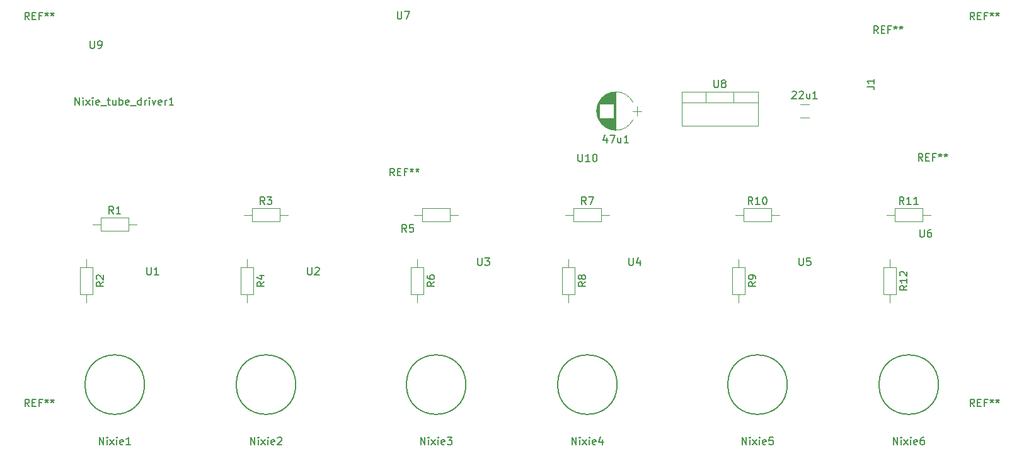
<source format=gto>
G04 #@! TF.FileFunction,Legend,Top*
%FSLAX46Y46*%
G04 Gerber Fmt 4.6, Leading zero omitted, Abs format (unit mm)*
G04 Created by KiCad (PCBNEW 4.0.7-e2-6376~58~ubuntu16.04.1) date Thu Oct 31 20:50:36 2019*
%MOMM*%
%LPD*%
G01*
G04 APERTURE LIST*
%ADD10C,0.100000*%
%ADD11C,0.120000*%
%ADD12C,0.150000*%
G04 APERTURE END LIST*
D10*
D11*
X130203000Y-135029000D02*
X131377000Y-135029000D01*
X130203000Y-136751000D02*
X131377000Y-136751000D01*
X103124278Y-137069723D02*
G75*
G03X107735580Y-137070000I2305722J1179723D01*
G01*
X103124278Y-134710277D02*
G75*
G02X107735580Y-134710000I2305722J-1179723D01*
G01*
X103124278Y-134710277D02*
G75*
G03X103124420Y-137070000I2305722J-1179723D01*
G01*
X105430000Y-138440000D02*
X105430000Y-133340000D01*
X105390000Y-138440000D02*
X105390000Y-133340000D01*
X105350000Y-138439000D02*
X105350000Y-133341000D01*
X105310000Y-138438000D02*
X105310000Y-133342000D01*
X105270000Y-138436000D02*
X105270000Y-133344000D01*
X105230000Y-138433000D02*
X105230000Y-133347000D01*
X105190000Y-138429000D02*
X105190000Y-133351000D01*
X105150000Y-138425000D02*
X105150000Y-136870000D01*
X105150000Y-134910000D02*
X105150000Y-133355000D01*
X105110000Y-138421000D02*
X105110000Y-136870000D01*
X105110000Y-134910000D02*
X105110000Y-133359000D01*
X105070000Y-138415000D02*
X105070000Y-136870000D01*
X105070000Y-134910000D02*
X105070000Y-133365000D01*
X105030000Y-138409000D02*
X105030000Y-136870000D01*
X105030000Y-134910000D02*
X105030000Y-133371000D01*
X104990000Y-138403000D02*
X104990000Y-136870000D01*
X104990000Y-134910000D02*
X104990000Y-133377000D01*
X104950000Y-138396000D02*
X104950000Y-136870000D01*
X104950000Y-134910000D02*
X104950000Y-133384000D01*
X104910000Y-138388000D02*
X104910000Y-136870000D01*
X104910000Y-134910000D02*
X104910000Y-133392000D01*
X104870000Y-138379000D02*
X104870000Y-136870000D01*
X104870000Y-134910000D02*
X104870000Y-133401000D01*
X104830000Y-138370000D02*
X104830000Y-136870000D01*
X104830000Y-134910000D02*
X104830000Y-133410000D01*
X104790000Y-138360000D02*
X104790000Y-136870000D01*
X104790000Y-134910000D02*
X104790000Y-133420000D01*
X104750000Y-138350000D02*
X104750000Y-136870000D01*
X104750000Y-134910000D02*
X104750000Y-133430000D01*
X104709000Y-138338000D02*
X104709000Y-136870000D01*
X104709000Y-134910000D02*
X104709000Y-133442000D01*
X104669000Y-138326000D02*
X104669000Y-136870000D01*
X104669000Y-134910000D02*
X104669000Y-133454000D01*
X104629000Y-138314000D02*
X104629000Y-136870000D01*
X104629000Y-134910000D02*
X104629000Y-133466000D01*
X104589000Y-138300000D02*
X104589000Y-136870000D01*
X104589000Y-134910000D02*
X104589000Y-133480000D01*
X104549000Y-138286000D02*
X104549000Y-136870000D01*
X104549000Y-134910000D02*
X104549000Y-133494000D01*
X104509000Y-138272000D02*
X104509000Y-136870000D01*
X104509000Y-134910000D02*
X104509000Y-133508000D01*
X104469000Y-138256000D02*
X104469000Y-136870000D01*
X104469000Y-134910000D02*
X104469000Y-133524000D01*
X104429000Y-138240000D02*
X104429000Y-136870000D01*
X104429000Y-134910000D02*
X104429000Y-133540000D01*
X104389000Y-138223000D02*
X104389000Y-136870000D01*
X104389000Y-134910000D02*
X104389000Y-133557000D01*
X104349000Y-138205000D02*
X104349000Y-136870000D01*
X104349000Y-134910000D02*
X104349000Y-133575000D01*
X104309000Y-138186000D02*
X104309000Y-136870000D01*
X104309000Y-134910000D02*
X104309000Y-133594000D01*
X104269000Y-138166000D02*
X104269000Y-136870000D01*
X104269000Y-134910000D02*
X104269000Y-133614000D01*
X104229000Y-138146000D02*
X104229000Y-136870000D01*
X104229000Y-134910000D02*
X104229000Y-133634000D01*
X104189000Y-138124000D02*
X104189000Y-136870000D01*
X104189000Y-134910000D02*
X104189000Y-133656000D01*
X104149000Y-138102000D02*
X104149000Y-136870000D01*
X104149000Y-134910000D02*
X104149000Y-133678000D01*
X104109000Y-138079000D02*
X104109000Y-136870000D01*
X104109000Y-134910000D02*
X104109000Y-133701000D01*
X104069000Y-138055000D02*
X104069000Y-136870000D01*
X104069000Y-134910000D02*
X104069000Y-133725000D01*
X104029000Y-138030000D02*
X104029000Y-136870000D01*
X104029000Y-134910000D02*
X104029000Y-133750000D01*
X103989000Y-138003000D02*
X103989000Y-136870000D01*
X103989000Y-134910000D02*
X103989000Y-133777000D01*
X103949000Y-137976000D02*
X103949000Y-136870000D01*
X103949000Y-134910000D02*
X103949000Y-133804000D01*
X103909000Y-137948000D02*
X103909000Y-136870000D01*
X103909000Y-134910000D02*
X103909000Y-133832000D01*
X103869000Y-137918000D02*
X103869000Y-136870000D01*
X103869000Y-134910000D02*
X103869000Y-133862000D01*
X103829000Y-137887000D02*
X103829000Y-136870000D01*
X103829000Y-134910000D02*
X103829000Y-133893000D01*
X103789000Y-137855000D02*
X103789000Y-136870000D01*
X103789000Y-134910000D02*
X103789000Y-133925000D01*
X103749000Y-137822000D02*
X103749000Y-136870000D01*
X103749000Y-134910000D02*
X103749000Y-133958000D01*
X103709000Y-137787000D02*
X103709000Y-136870000D01*
X103709000Y-134910000D02*
X103709000Y-133993000D01*
X103669000Y-137751000D02*
X103669000Y-136870000D01*
X103669000Y-134910000D02*
X103669000Y-134029000D01*
X103629000Y-137713000D02*
X103629000Y-136870000D01*
X103629000Y-134910000D02*
X103629000Y-134067000D01*
X103589000Y-137673000D02*
X103589000Y-136870000D01*
X103589000Y-134910000D02*
X103589000Y-134107000D01*
X103549000Y-137632000D02*
X103549000Y-136870000D01*
X103549000Y-134910000D02*
X103549000Y-134148000D01*
X103509000Y-137589000D02*
X103509000Y-136870000D01*
X103509000Y-134910000D02*
X103509000Y-134191000D01*
X103469000Y-137544000D02*
X103469000Y-136870000D01*
X103469000Y-134910000D02*
X103469000Y-134236000D01*
X103429000Y-137496000D02*
X103429000Y-136870000D01*
X103429000Y-134910000D02*
X103429000Y-134284000D01*
X103389000Y-137446000D02*
X103389000Y-136870000D01*
X103389000Y-134910000D02*
X103389000Y-134334000D01*
X103349000Y-137394000D02*
X103349000Y-136870000D01*
X103349000Y-134910000D02*
X103349000Y-134386000D01*
X103309000Y-137338000D02*
X103309000Y-136870000D01*
X103309000Y-134910000D02*
X103309000Y-134442000D01*
X103269000Y-137280000D02*
X103269000Y-136870000D01*
X103269000Y-134910000D02*
X103269000Y-134500000D01*
X103229000Y-137217000D02*
X103229000Y-136870000D01*
X103229000Y-134910000D02*
X103229000Y-134563000D01*
X103189000Y-137151000D02*
X103189000Y-134629000D01*
X103149000Y-137079000D02*
X103149000Y-134701000D01*
X103109000Y-137002000D02*
X103109000Y-134778000D01*
X103069000Y-136918000D02*
X103069000Y-134862000D01*
X103029000Y-136824000D02*
X103029000Y-134956000D01*
X102989000Y-136719000D02*
X102989000Y-135061000D01*
X102949000Y-136597000D02*
X102949000Y-135183000D01*
X102909000Y-136449000D02*
X102909000Y-135331000D01*
X102869000Y-136244000D02*
X102869000Y-135536000D01*
X108880000Y-135890000D02*
X107680000Y-135890000D01*
X108280000Y-136540000D02*
X108280000Y-135240000D01*
D12*
X42100000Y-172720000D02*
G75*
G03X42100000Y-172720000I-4000000J0D01*
G01*
X62420000Y-172720000D02*
G75*
G03X62420000Y-172720000I-4000000J0D01*
G01*
X85280000Y-172720000D02*
G75*
G03X85280000Y-172720000I-4000000J0D01*
G01*
X105600000Y-172720000D02*
G75*
G03X105600000Y-172720000I-4000000J0D01*
G01*
X128460000Y-172720000D02*
G75*
G03X128460000Y-172720000I-4000000J0D01*
G01*
X148780000Y-172720000D02*
G75*
G03X148780000Y-172720000I-4000000J0D01*
G01*
D11*
X36240000Y-150270000D02*
X36240000Y-151990000D01*
X36240000Y-151990000D02*
X39960000Y-151990000D01*
X39960000Y-151990000D02*
X39960000Y-150270000D01*
X39960000Y-150270000D02*
X36240000Y-150270000D01*
X35170000Y-151130000D02*
X36240000Y-151130000D01*
X41030000Y-151130000D02*
X39960000Y-151130000D01*
X35150000Y-156890000D02*
X33430000Y-156890000D01*
X33430000Y-156890000D02*
X33430000Y-160610000D01*
X33430000Y-160610000D02*
X35150000Y-160610000D01*
X35150000Y-160610000D02*
X35150000Y-156890000D01*
X34290000Y-155820000D02*
X34290000Y-156890000D01*
X34290000Y-161680000D02*
X34290000Y-160610000D01*
X56560000Y-149000000D02*
X56560000Y-150720000D01*
X56560000Y-150720000D02*
X60280000Y-150720000D01*
X60280000Y-150720000D02*
X60280000Y-149000000D01*
X60280000Y-149000000D02*
X56560000Y-149000000D01*
X55490000Y-149860000D02*
X56560000Y-149860000D01*
X61350000Y-149860000D02*
X60280000Y-149860000D01*
X56740000Y-156890000D02*
X55020000Y-156890000D01*
X55020000Y-156890000D02*
X55020000Y-160610000D01*
X55020000Y-160610000D02*
X56740000Y-160610000D01*
X56740000Y-160610000D02*
X56740000Y-156890000D01*
X55880000Y-155820000D02*
X55880000Y-156890000D01*
X55880000Y-161680000D02*
X55880000Y-160610000D01*
X79420000Y-149000000D02*
X79420000Y-150720000D01*
X79420000Y-150720000D02*
X83140000Y-150720000D01*
X83140000Y-150720000D02*
X83140000Y-149000000D01*
X83140000Y-149000000D02*
X79420000Y-149000000D01*
X78350000Y-149860000D02*
X79420000Y-149860000D01*
X84210000Y-149860000D02*
X83140000Y-149860000D01*
X79600000Y-156890000D02*
X77880000Y-156890000D01*
X77880000Y-156890000D02*
X77880000Y-160610000D01*
X77880000Y-160610000D02*
X79600000Y-160610000D01*
X79600000Y-160610000D02*
X79600000Y-156890000D01*
X78740000Y-155820000D02*
X78740000Y-156890000D01*
X78740000Y-161680000D02*
X78740000Y-160610000D01*
X99740000Y-149000000D02*
X99740000Y-150720000D01*
X99740000Y-150720000D02*
X103460000Y-150720000D01*
X103460000Y-150720000D02*
X103460000Y-149000000D01*
X103460000Y-149000000D02*
X99740000Y-149000000D01*
X98670000Y-149860000D02*
X99740000Y-149860000D01*
X104530000Y-149860000D02*
X103460000Y-149860000D01*
X99920000Y-156890000D02*
X98200000Y-156890000D01*
X98200000Y-156890000D02*
X98200000Y-160610000D01*
X98200000Y-160610000D02*
X99920000Y-160610000D01*
X99920000Y-160610000D02*
X99920000Y-156890000D01*
X99060000Y-155820000D02*
X99060000Y-156890000D01*
X99060000Y-161680000D02*
X99060000Y-160610000D01*
X122780000Y-156890000D02*
X121060000Y-156890000D01*
X121060000Y-156890000D02*
X121060000Y-160610000D01*
X121060000Y-160610000D02*
X122780000Y-160610000D01*
X122780000Y-160610000D02*
X122780000Y-156890000D01*
X121920000Y-155820000D02*
X121920000Y-156890000D01*
X121920000Y-161680000D02*
X121920000Y-160610000D01*
X122600000Y-149000000D02*
X122600000Y-150720000D01*
X122600000Y-150720000D02*
X126320000Y-150720000D01*
X126320000Y-150720000D02*
X126320000Y-149000000D01*
X126320000Y-149000000D02*
X122600000Y-149000000D01*
X121530000Y-149860000D02*
X122600000Y-149860000D01*
X127390000Y-149860000D02*
X126320000Y-149860000D01*
X142920000Y-149000000D02*
X142920000Y-150720000D01*
X142920000Y-150720000D02*
X146640000Y-150720000D01*
X146640000Y-150720000D02*
X146640000Y-149000000D01*
X146640000Y-149000000D02*
X142920000Y-149000000D01*
X141850000Y-149860000D02*
X142920000Y-149860000D01*
X147710000Y-149860000D02*
X146640000Y-149860000D01*
X143100000Y-156890000D02*
X141380000Y-156890000D01*
X141380000Y-156890000D02*
X141380000Y-160610000D01*
X141380000Y-160610000D02*
X143100000Y-160610000D01*
X143100000Y-160610000D02*
X143100000Y-156890000D01*
X142240000Y-155820000D02*
X142240000Y-156890000D01*
X142240000Y-161680000D02*
X142240000Y-160610000D01*
X114260000Y-133270000D02*
X124500000Y-133270000D01*
X114260000Y-137911000D02*
X124500000Y-137911000D01*
X114260000Y-133270000D02*
X114260000Y-137911000D01*
X124500000Y-133270000D02*
X124500000Y-137911000D01*
X114260000Y-134780000D02*
X124500000Y-134780000D01*
X117530000Y-133270000D02*
X117530000Y-134780000D01*
X121231000Y-133270000D02*
X121231000Y-134780000D01*
D12*
X76073095Y-122507381D02*
X76073095Y-123316905D01*
X76120714Y-123412143D01*
X76168333Y-123459762D01*
X76263571Y-123507381D01*
X76454048Y-123507381D01*
X76549286Y-123459762D01*
X76596905Y-123412143D01*
X76644524Y-123316905D01*
X76644524Y-122507381D01*
X77025476Y-122507381D02*
X77692143Y-122507381D01*
X77263571Y-123507381D01*
X129099524Y-133327619D02*
X129147143Y-133280000D01*
X129242381Y-133232381D01*
X129480477Y-133232381D01*
X129575715Y-133280000D01*
X129623334Y-133327619D01*
X129670953Y-133422857D01*
X129670953Y-133518095D01*
X129623334Y-133660952D01*
X129051905Y-134232381D01*
X129670953Y-134232381D01*
X130051905Y-133327619D02*
X130099524Y-133280000D01*
X130194762Y-133232381D01*
X130432858Y-133232381D01*
X130528096Y-133280000D01*
X130575715Y-133327619D01*
X130623334Y-133422857D01*
X130623334Y-133518095D01*
X130575715Y-133660952D01*
X130004286Y-134232381D01*
X130623334Y-134232381D01*
X131480477Y-133565714D02*
X131480477Y-134232381D01*
X131051905Y-133565714D02*
X131051905Y-134089524D01*
X131099524Y-134184762D01*
X131194762Y-134232381D01*
X131337620Y-134232381D01*
X131432858Y-134184762D01*
X131480477Y-134137143D01*
X132480477Y-134232381D02*
X131909048Y-134232381D01*
X132194762Y-134232381D02*
X132194762Y-133232381D01*
X132099524Y-133375238D01*
X132004286Y-133470476D01*
X131909048Y-133518095D01*
X104215715Y-139485714D02*
X104215715Y-140152381D01*
X103977619Y-139104762D02*
X103739524Y-139819048D01*
X104358572Y-139819048D01*
X104644286Y-139152381D02*
X105310953Y-139152381D01*
X104882381Y-140152381D01*
X106120477Y-139485714D02*
X106120477Y-140152381D01*
X105691905Y-139485714D02*
X105691905Y-140009524D01*
X105739524Y-140104762D01*
X105834762Y-140152381D01*
X105977620Y-140152381D01*
X106072858Y-140104762D01*
X106120477Y-140057143D01*
X107120477Y-140152381D02*
X106549048Y-140152381D01*
X106834762Y-140152381D02*
X106834762Y-139152381D01*
X106739524Y-139295238D01*
X106644286Y-139390476D01*
X106549048Y-139438095D01*
X36028572Y-180792381D02*
X36028572Y-179792381D01*
X36600001Y-180792381D01*
X36600001Y-179792381D01*
X37076191Y-180792381D02*
X37076191Y-180125714D01*
X37076191Y-179792381D02*
X37028572Y-179840000D01*
X37076191Y-179887619D01*
X37123810Y-179840000D01*
X37076191Y-179792381D01*
X37076191Y-179887619D01*
X37457143Y-180792381D02*
X37980953Y-180125714D01*
X37457143Y-180125714D02*
X37980953Y-180792381D01*
X38361905Y-180792381D02*
X38361905Y-180125714D01*
X38361905Y-179792381D02*
X38314286Y-179840000D01*
X38361905Y-179887619D01*
X38409524Y-179840000D01*
X38361905Y-179792381D01*
X38361905Y-179887619D01*
X39219048Y-180744762D02*
X39123810Y-180792381D01*
X38933333Y-180792381D01*
X38838095Y-180744762D01*
X38790476Y-180649524D01*
X38790476Y-180268571D01*
X38838095Y-180173333D01*
X38933333Y-180125714D01*
X39123810Y-180125714D01*
X39219048Y-180173333D01*
X39266667Y-180268571D01*
X39266667Y-180363810D01*
X38790476Y-180459048D01*
X40219048Y-180792381D02*
X39647619Y-180792381D01*
X39933333Y-180792381D02*
X39933333Y-179792381D01*
X39838095Y-179935238D01*
X39742857Y-180030476D01*
X39647619Y-180078095D01*
X56348572Y-180792381D02*
X56348572Y-179792381D01*
X56920001Y-180792381D01*
X56920001Y-179792381D01*
X57396191Y-180792381D02*
X57396191Y-180125714D01*
X57396191Y-179792381D02*
X57348572Y-179840000D01*
X57396191Y-179887619D01*
X57443810Y-179840000D01*
X57396191Y-179792381D01*
X57396191Y-179887619D01*
X57777143Y-180792381D02*
X58300953Y-180125714D01*
X57777143Y-180125714D02*
X58300953Y-180792381D01*
X58681905Y-180792381D02*
X58681905Y-180125714D01*
X58681905Y-179792381D02*
X58634286Y-179840000D01*
X58681905Y-179887619D01*
X58729524Y-179840000D01*
X58681905Y-179792381D01*
X58681905Y-179887619D01*
X59539048Y-180744762D02*
X59443810Y-180792381D01*
X59253333Y-180792381D01*
X59158095Y-180744762D01*
X59110476Y-180649524D01*
X59110476Y-180268571D01*
X59158095Y-180173333D01*
X59253333Y-180125714D01*
X59443810Y-180125714D01*
X59539048Y-180173333D01*
X59586667Y-180268571D01*
X59586667Y-180363810D01*
X59110476Y-180459048D01*
X59967619Y-179887619D02*
X60015238Y-179840000D01*
X60110476Y-179792381D01*
X60348572Y-179792381D01*
X60443810Y-179840000D01*
X60491429Y-179887619D01*
X60539048Y-179982857D01*
X60539048Y-180078095D01*
X60491429Y-180220952D01*
X59920000Y-180792381D01*
X60539048Y-180792381D01*
X79208572Y-180792381D02*
X79208572Y-179792381D01*
X79780001Y-180792381D01*
X79780001Y-179792381D01*
X80256191Y-180792381D02*
X80256191Y-180125714D01*
X80256191Y-179792381D02*
X80208572Y-179840000D01*
X80256191Y-179887619D01*
X80303810Y-179840000D01*
X80256191Y-179792381D01*
X80256191Y-179887619D01*
X80637143Y-180792381D02*
X81160953Y-180125714D01*
X80637143Y-180125714D02*
X81160953Y-180792381D01*
X81541905Y-180792381D02*
X81541905Y-180125714D01*
X81541905Y-179792381D02*
X81494286Y-179840000D01*
X81541905Y-179887619D01*
X81589524Y-179840000D01*
X81541905Y-179792381D01*
X81541905Y-179887619D01*
X82399048Y-180744762D02*
X82303810Y-180792381D01*
X82113333Y-180792381D01*
X82018095Y-180744762D01*
X81970476Y-180649524D01*
X81970476Y-180268571D01*
X82018095Y-180173333D01*
X82113333Y-180125714D01*
X82303810Y-180125714D01*
X82399048Y-180173333D01*
X82446667Y-180268571D01*
X82446667Y-180363810D01*
X81970476Y-180459048D01*
X82780000Y-179792381D02*
X83399048Y-179792381D01*
X83065714Y-180173333D01*
X83208572Y-180173333D01*
X83303810Y-180220952D01*
X83351429Y-180268571D01*
X83399048Y-180363810D01*
X83399048Y-180601905D01*
X83351429Y-180697143D01*
X83303810Y-180744762D01*
X83208572Y-180792381D01*
X82922857Y-180792381D01*
X82827619Y-180744762D01*
X82780000Y-180697143D01*
X99528572Y-180792381D02*
X99528572Y-179792381D01*
X100100001Y-180792381D01*
X100100001Y-179792381D01*
X100576191Y-180792381D02*
X100576191Y-180125714D01*
X100576191Y-179792381D02*
X100528572Y-179840000D01*
X100576191Y-179887619D01*
X100623810Y-179840000D01*
X100576191Y-179792381D01*
X100576191Y-179887619D01*
X100957143Y-180792381D02*
X101480953Y-180125714D01*
X100957143Y-180125714D02*
X101480953Y-180792381D01*
X101861905Y-180792381D02*
X101861905Y-180125714D01*
X101861905Y-179792381D02*
X101814286Y-179840000D01*
X101861905Y-179887619D01*
X101909524Y-179840000D01*
X101861905Y-179792381D01*
X101861905Y-179887619D01*
X102719048Y-180744762D02*
X102623810Y-180792381D01*
X102433333Y-180792381D01*
X102338095Y-180744762D01*
X102290476Y-180649524D01*
X102290476Y-180268571D01*
X102338095Y-180173333D01*
X102433333Y-180125714D01*
X102623810Y-180125714D01*
X102719048Y-180173333D01*
X102766667Y-180268571D01*
X102766667Y-180363810D01*
X102290476Y-180459048D01*
X103623810Y-180125714D02*
X103623810Y-180792381D01*
X103385714Y-179744762D02*
X103147619Y-180459048D01*
X103766667Y-180459048D01*
X122388572Y-180792381D02*
X122388572Y-179792381D01*
X122960001Y-180792381D01*
X122960001Y-179792381D01*
X123436191Y-180792381D02*
X123436191Y-180125714D01*
X123436191Y-179792381D02*
X123388572Y-179840000D01*
X123436191Y-179887619D01*
X123483810Y-179840000D01*
X123436191Y-179792381D01*
X123436191Y-179887619D01*
X123817143Y-180792381D02*
X124340953Y-180125714D01*
X123817143Y-180125714D02*
X124340953Y-180792381D01*
X124721905Y-180792381D02*
X124721905Y-180125714D01*
X124721905Y-179792381D02*
X124674286Y-179840000D01*
X124721905Y-179887619D01*
X124769524Y-179840000D01*
X124721905Y-179792381D01*
X124721905Y-179887619D01*
X125579048Y-180744762D02*
X125483810Y-180792381D01*
X125293333Y-180792381D01*
X125198095Y-180744762D01*
X125150476Y-180649524D01*
X125150476Y-180268571D01*
X125198095Y-180173333D01*
X125293333Y-180125714D01*
X125483810Y-180125714D01*
X125579048Y-180173333D01*
X125626667Y-180268571D01*
X125626667Y-180363810D01*
X125150476Y-180459048D01*
X126531429Y-179792381D02*
X126055238Y-179792381D01*
X126007619Y-180268571D01*
X126055238Y-180220952D01*
X126150476Y-180173333D01*
X126388572Y-180173333D01*
X126483810Y-180220952D01*
X126531429Y-180268571D01*
X126579048Y-180363810D01*
X126579048Y-180601905D01*
X126531429Y-180697143D01*
X126483810Y-180744762D01*
X126388572Y-180792381D01*
X126150476Y-180792381D01*
X126055238Y-180744762D01*
X126007619Y-180697143D01*
X142708572Y-180792381D02*
X142708572Y-179792381D01*
X143280001Y-180792381D01*
X143280001Y-179792381D01*
X143756191Y-180792381D02*
X143756191Y-180125714D01*
X143756191Y-179792381D02*
X143708572Y-179840000D01*
X143756191Y-179887619D01*
X143803810Y-179840000D01*
X143756191Y-179792381D01*
X143756191Y-179887619D01*
X144137143Y-180792381D02*
X144660953Y-180125714D01*
X144137143Y-180125714D02*
X144660953Y-180792381D01*
X145041905Y-180792381D02*
X145041905Y-180125714D01*
X145041905Y-179792381D02*
X144994286Y-179840000D01*
X145041905Y-179887619D01*
X145089524Y-179840000D01*
X145041905Y-179792381D01*
X145041905Y-179887619D01*
X145899048Y-180744762D02*
X145803810Y-180792381D01*
X145613333Y-180792381D01*
X145518095Y-180744762D01*
X145470476Y-180649524D01*
X145470476Y-180268571D01*
X145518095Y-180173333D01*
X145613333Y-180125714D01*
X145803810Y-180125714D01*
X145899048Y-180173333D01*
X145946667Y-180268571D01*
X145946667Y-180363810D01*
X145470476Y-180459048D01*
X146803810Y-179792381D02*
X146613333Y-179792381D01*
X146518095Y-179840000D01*
X146470476Y-179887619D01*
X146375238Y-180030476D01*
X146327619Y-180220952D01*
X146327619Y-180601905D01*
X146375238Y-180697143D01*
X146422857Y-180744762D01*
X146518095Y-180792381D01*
X146708572Y-180792381D01*
X146803810Y-180744762D01*
X146851429Y-180697143D01*
X146899048Y-180601905D01*
X146899048Y-180363810D01*
X146851429Y-180268571D01*
X146803810Y-180220952D01*
X146708572Y-180173333D01*
X146518095Y-180173333D01*
X146422857Y-180220952D01*
X146375238Y-180268571D01*
X146327619Y-180363810D01*
X32798571Y-135072381D02*
X32798571Y-134072381D01*
X33370000Y-135072381D01*
X33370000Y-134072381D01*
X33846190Y-135072381D02*
X33846190Y-134405714D01*
X33846190Y-134072381D02*
X33798571Y-134120000D01*
X33846190Y-134167619D01*
X33893809Y-134120000D01*
X33846190Y-134072381D01*
X33846190Y-134167619D01*
X34227142Y-135072381D02*
X34750952Y-134405714D01*
X34227142Y-134405714D02*
X34750952Y-135072381D01*
X35131904Y-135072381D02*
X35131904Y-134405714D01*
X35131904Y-134072381D02*
X35084285Y-134120000D01*
X35131904Y-134167619D01*
X35179523Y-134120000D01*
X35131904Y-134072381D01*
X35131904Y-134167619D01*
X35989047Y-135024762D02*
X35893809Y-135072381D01*
X35703332Y-135072381D01*
X35608094Y-135024762D01*
X35560475Y-134929524D01*
X35560475Y-134548571D01*
X35608094Y-134453333D01*
X35703332Y-134405714D01*
X35893809Y-134405714D01*
X35989047Y-134453333D01*
X36036666Y-134548571D01*
X36036666Y-134643810D01*
X35560475Y-134739048D01*
X36227142Y-135167619D02*
X36989047Y-135167619D01*
X37084285Y-134405714D02*
X37465237Y-134405714D01*
X37227142Y-134072381D02*
X37227142Y-134929524D01*
X37274761Y-135024762D01*
X37369999Y-135072381D01*
X37465237Y-135072381D01*
X38227143Y-134405714D02*
X38227143Y-135072381D01*
X37798571Y-134405714D02*
X37798571Y-134929524D01*
X37846190Y-135024762D01*
X37941428Y-135072381D01*
X38084286Y-135072381D01*
X38179524Y-135024762D01*
X38227143Y-134977143D01*
X38703333Y-135072381D02*
X38703333Y-134072381D01*
X38703333Y-134453333D02*
X38798571Y-134405714D01*
X38989048Y-134405714D01*
X39084286Y-134453333D01*
X39131905Y-134500952D01*
X39179524Y-134596190D01*
X39179524Y-134881905D01*
X39131905Y-134977143D01*
X39084286Y-135024762D01*
X38989048Y-135072381D01*
X38798571Y-135072381D01*
X38703333Y-135024762D01*
X39989048Y-135024762D02*
X39893810Y-135072381D01*
X39703333Y-135072381D01*
X39608095Y-135024762D01*
X39560476Y-134929524D01*
X39560476Y-134548571D01*
X39608095Y-134453333D01*
X39703333Y-134405714D01*
X39893810Y-134405714D01*
X39989048Y-134453333D01*
X40036667Y-134548571D01*
X40036667Y-134643810D01*
X39560476Y-134739048D01*
X40227143Y-135167619D02*
X40989048Y-135167619D01*
X41655715Y-135072381D02*
X41655715Y-134072381D01*
X41655715Y-135024762D02*
X41560477Y-135072381D01*
X41370000Y-135072381D01*
X41274762Y-135024762D01*
X41227143Y-134977143D01*
X41179524Y-134881905D01*
X41179524Y-134596190D01*
X41227143Y-134500952D01*
X41274762Y-134453333D01*
X41370000Y-134405714D01*
X41560477Y-134405714D01*
X41655715Y-134453333D01*
X42131905Y-135072381D02*
X42131905Y-134405714D01*
X42131905Y-134596190D02*
X42179524Y-134500952D01*
X42227143Y-134453333D01*
X42322381Y-134405714D01*
X42417620Y-134405714D01*
X42750953Y-135072381D02*
X42750953Y-134405714D01*
X42750953Y-134072381D02*
X42703334Y-134120000D01*
X42750953Y-134167619D01*
X42798572Y-134120000D01*
X42750953Y-134072381D01*
X42750953Y-134167619D01*
X43131905Y-134405714D02*
X43370000Y-135072381D01*
X43608096Y-134405714D01*
X44370001Y-135024762D02*
X44274763Y-135072381D01*
X44084286Y-135072381D01*
X43989048Y-135024762D01*
X43941429Y-134929524D01*
X43941429Y-134548571D01*
X43989048Y-134453333D01*
X44084286Y-134405714D01*
X44274763Y-134405714D01*
X44370001Y-134453333D01*
X44417620Y-134548571D01*
X44417620Y-134643810D01*
X43941429Y-134739048D01*
X44846191Y-135072381D02*
X44846191Y-134405714D01*
X44846191Y-134596190D02*
X44893810Y-134500952D01*
X44941429Y-134453333D01*
X45036667Y-134405714D01*
X45131906Y-134405714D01*
X45989049Y-135072381D02*
X45417620Y-135072381D01*
X45703334Y-135072381D02*
X45703334Y-134072381D01*
X45608096Y-134215238D01*
X45512858Y-134310476D01*
X45417620Y-134358095D01*
X37933334Y-149722381D02*
X37600000Y-149246190D01*
X37361905Y-149722381D02*
X37361905Y-148722381D01*
X37742858Y-148722381D01*
X37838096Y-148770000D01*
X37885715Y-148817619D01*
X37933334Y-148912857D01*
X37933334Y-149055714D01*
X37885715Y-149150952D01*
X37838096Y-149198571D01*
X37742858Y-149246190D01*
X37361905Y-149246190D01*
X38885715Y-149722381D02*
X38314286Y-149722381D01*
X38600000Y-149722381D02*
X38600000Y-148722381D01*
X38504762Y-148865238D01*
X38409524Y-148960476D01*
X38314286Y-149008095D01*
X36602381Y-158916666D02*
X36126190Y-159250000D01*
X36602381Y-159488095D02*
X35602381Y-159488095D01*
X35602381Y-159107142D01*
X35650000Y-159011904D01*
X35697619Y-158964285D01*
X35792857Y-158916666D01*
X35935714Y-158916666D01*
X36030952Y-158964285D01*
X36078571Y-159011904D01*
X36126190Y-159107142D01*
X36126190Y-159488095D01*
X35697619Y-158535714D02*
X35650000Y-158488095D01*
X35602381Y-158392857D01*
X35602381Y-158154761D01*
X35650000Y-158059523D01*
X35697619Y-158011904D01*
X35792857Y-157964285D01*
X35888095Y-157964285D01*
X36030952Y-158011904D01*
X36602381Y-158583333D01*
X36602381Y-157964285D01*
X58253334Y-148452381D02*
X57920000Y-147976190D01*
X57681905Y-148452381D02*
X57681905Y-147452381D01*
X58062858Y-147452381D01*
X58158096Y-147500000D01*
X58205715Y-147547619D01*
X58253334Y-147642857D01*
X58253334Y-147785714D01*
X58205715Y-147880952D01*
X58158096Y-147928571D01*
X58062858Y-147976190D01*
X57681905Y-147976190D01*
X58586667Y-147452381D02*
X59205715Y-147452381D01*
X58872381Y-147833333D01*
X59015239Y-147833333D01*
X59110477Y-147880952D01*
X59158096Y-147928571D01*
X59205715Y-148023810D01*
X59205715Y-148261905D01*
X59158096Y-148357143D01*
X59110477Y-148404762D01*
X59015239Y-148452381D01*
X58729524Y-148452381D01*
X58634286Y-148404762D01*
X58586667Y-148357143D01*
X58192381Y-158916666D02*
X57716190Y-159250000D01*
X58192381Y-159488095D02*
X57192381Y-159488095D01*
X57192381Y-159107142D01*
X57240000Y-159011904D01*
X57287619Y-158964285D01*
X57382857Y-158916666D01*
X57525714Y-158916666D01*
X57620952Y-158964285D01*
X57668571Y-159011904D01*
X57716190Y-159107142D01*
X57716190Y-159488095D01*
X57525714Y-158059523D02*
X58192381Y-158059523D01*
X57144762Y-158297619D02*
X57859048Y-158535714D01*
X57859048Y-157916666D01*
X77303334Y-152172381D02*
X76970000Y-151696190D01*
X76731905Y-152172381D02*
X76731905Y-151172381D01*
X77112858Y-151172381D01*
X77208096Y-151220000D01*
X77255715Y-151267619D01*
X77303334Y-151362857D01*
X77303334Y-151505714D01*
X77255715Y-151600952D01*
X77208096Y-151648571D01*
X77112858Y-151696190D01*
X76731905Y-151696190D01*
X78208096Y-151172381D02*
X77731905Y-151172381D01*
X77684286Y-151648571D01*
X77731905Y-151600952D01*
X77827143Y-151553333D01*
X78065239Y-151553333D01*
X78160477Y-151600952D01*
X78208096Y-151648571D01*
X78255715Y-151743810D01*
X78255715Y-151981905D01*
X78208096Y-152077143D01*
X78160477Y-152124762D01*
X78065239Y-152172381D01*
X77827143Y-152172381D01*
X77731905Y-152124762D01*
X77684286Y-152077143D01*
X81052381Y-158916666D02*
X80576190Y-159250000D01*
X81052381Y-159488095D02*
X80052381Y-159488095D01*
X80052381Y-159107142D01*
X80100000Y-159011904D01*
X80147619Y-158964285D01*
X80242857Y-158916666D01*
X80385714Y-158916666D01*
X80480952Y-158964285D01*
X80528571Y-159011904D01*
X80576190Y-159107142D01*
X80576190Y-159488095D01*
X80052381Y-158059523D02*
X80052381Y-158250000D01*
X80100000Y-158345238D01*
X80147619Y-158392857D01*
X80290476Y-158488095D01*
X80480952Y-158535714D01*
X80861905Y-158535714D01*
X80957143Y-158488095D01*
X81004762Y-158440476D01*
X81052381Y-158345238D01*
X81052381Y-158154761D01*
X81004762Y-158059523D01*
X80957143Y-158011904D01*
X80861905Y-157964285D01*
X80623810Y-157964285D01*
X80528571Y-158011904D01*
X80480952Y-158059523D01*
X80433333Y-158154761D01*
X80433333Y-158345238D01*
X80480952Y-158440476D01*
X80528571Y-158488095D01*
X80623810Y-158535714D01*
X101433334Y-148452381D02*
X101100000Y-147976190D01*
X100861905Y-148452381D02*
X100861905Y-147452381D01*
X101242858Y-147452381D01*
X101338096Y-147500000D01*
X101385715Y-147547619D01*
X101433334Y-147642857D01*
X101433334Y-147785714D01*
X101385715Y-147880952D01*
X101338096Y-147928571D01*
X101242858Y-147976190D01*
X100861905Y-147976190D01*
X101766667Y-147452381D02*
X102433334Y-147452381D01*
X102004762Y-148452381D01*
X101372381Y-158916666D02*
X100896190Y-159250000D01*
X101372381Y-159488095D02*
X100372381Y-159488095D01*
X100372381Y-159107142D01*
X100420000Y-159011904D01*
X100467619Y-158964285D01*
X100562857Y-158916666D01*
X100705714Y-158916666D01*
X100800952Y-158964285D01*
X100848571Y-159011904D01*
X100896190Y-159107142D01*
X100896190Y-159488095D01*
X100800952Y-158345238D02*
X100753333Y-158440476D01*
X100705714Y-158488095D01*
X100610476Y-158535714D01*
X100562857Y-158535714D01*
X100467619Y-158488095D01*
X100420000Y-158440476D01*
X100372381Y-158345238D01*
X100372381Y-158154761D01*
X100420000Y-158059523D01*
X100467619Y-158011904D01*
X100562857Y-157964285D01*
X100610476Y-157964285D01*
X100705714Y-158011904D01*
X100753333Y-158059523D01*
X100800952Y-158154761D01*
X100800952Y-158345238D01*
X100848571Y-158440476D01*
X100896190Y-158488095D01*
X100991429Y-158535714D01*
X101181905Y-158535714D01*
X101277143Y-158488095D01*
X101324762Y-158440476D01*
X101372381Y-158345238D01*
X101372381Y-158154761D01*
X101324762Y-158059523D01*
X101277143Y-158011904D01*
X101181905Y-157964285D01*
X100991429Y-157964285D01*
X100896190Y-158011904D01*
X100848571Y-158059523D01*
X100800952Y-158154761D01*
X124232381Y-158916666D02*
X123756190Y-159250000D01*
X124232381Y-159488095D02*
X123232381Y-159488095D01*
X123232381Y-159107142D01*
X123280000Y-159011904D01*
X123327619Y-158964285D01*
X123422857Y-158916666D01*
X123565714Y-158916666D01*
X123660952Y-158964285D01*
X123708571Y-159011904D01*
X123756190Y-159107142D01*
X123756190Y-159488095D01*
X124232381Y-158440476D02*
X124232381Y-158250000D01*
X124184762Y-158154761D01*
X124137143Y-158107142D01*
X123994286Y-158011904D01*
X123803810Y-157964285D01*
X123422857Y-157964285D01*
X123327619Y-158011904D01*
X123280000Y-158059523D01*
X123232381Y-158154761D01*
X123232381Y-158345238D01*
X123280000Y-158440476D01*
X123327619Y-158488095D01*
X123422857Y-158535714D01*
X123660952Y-158535714D01*
X123756190Y-158488095D01*
X123803810Y-158440476D01*
X123851429Y-158345238D01*
X123851429Y-158154761D01*
X123803810Y-158059523D01*
X123756190Y-158011904D01*
X123660952Y-157964285D01*
X123817143Y-148452381D02*
X123483809Y-147976190D01*
X123245714Y-148452381D02*
X123245714Y-147452381D01*
X123626667Y-147452381D01*
X123721905Y-147500000D01*
X123769524Y-147547619D01*
X123817143Y-147642857D01*
X123817143Y-147785714D01*
X123769524Y-147880952D01*
X123721905Y-147928571D01*
X123626667Y-147976190D01*
X123245714Y-147976190D01*
X124769524Y-148452381D02*
X124198095Y-148452381D01*
X124483809Y-148452381D02*
X124483809Y-147452381D01*
X124388571Y-147595238D01*
X124293333Y-147690476D01*
X124198095Y-147738095D01*
X125388571Y-147452381D02*
X125483810Y-147452381D01*
X125579048Y-147500000D01*
X125626667Y-147547619D01*
X125674286Y-147642857D01*
X125721905Y-147833333D01*
X125721905Y-148071429D01*
X125674286Y-148261905D01*
X125626667Y-148357143D01*
X125579048Y-148404762D01*
X125483810Y-148452381D01*
X125388571Y-148452381D01*
X125293333Y-148404762D01*
X125245714Y-148357143D01*
X125198095Y-148261905D01*
X125150476Y-148071429D01*
X125150476Y-147833333D01*
X125198095Y-147642857D01*
X125245714Y-147547619D01*
X125293333Y-147500000D01*
X125388571Y-147452381D01*
X144137143Y-148452381D02*
X143803809Y-147976190D01*
X143565714Y-148452381D02*
X143565714Y-147452381D01*
X143946667Y-147452381D01*
X144041905Y-147500000D01*
X144089524Y-147547619D01*
X144137143Y-147642857D01*
X144137143Y-147785714D01*
X144089524Y-147880952D01*
X144041905Y-147928571D01*
X143946667Y-147976190D01*
X143565714Y-147976190D01*
X145089524Y-148452381D02*
X144518095Y-148452381D01*
X144803809Y-148452381D02*
X144803809Y-147452381D01*
X144708571Y-147595238D01*
X144613333Y-147690476D01*
X144518095Y-147738095D01*
X146041905Y-148452381D02*
X145470476Y-148452381D01*
X145756190Y-148452381D02*
X145756190Y-147452381D01*
X145660952Y-147595238D01*
X145565714Y-147690476D01*
X145470476Y-147738095D01*
X144552381Y-159392857D02*
X144076190Y-159726191D01*
X144552381Y-159964286D02*
X143552381Y-159964286D01*
X143552381Y-159583333D01*
X143600000Y-159488095D01*
X143647619Y-159440476D01*
X143742857Y-159392857D01*
X143885714Y-159392857D01*
X143980952Y-159440476D01*
X144028571Y-159488095D01*
X144076190Y-159583333D01*
X144076190Y-159964286D01*
X144552381Y-158440476D02*
X144552381Y-159011905D01*
X144552381Y-158726191D02*
X143552381Y-158726191D01*
X143695238Y-158821429D01*
X143790476Y-158916667D01*
X143838095Y-159011905D01*
X143647619Y-158059524D02*
X143600000Y-158011905D01*
X143552381Y-157916667D01*
X143552381Y-157678571D01*
X143600000Y-157583333D01*
X143647619Y-157535714D01*
X143742857Y-157488095D01*
X143838095Y-157488095D01*
X143980952Y-157535714D01*
X144552381Y-158107143D01*
X144552381Y-157488095D01*
X42418095Y-156932381D02*
X42418095Y-157741905D01*
X42465714Y-157837143D01*
X42513333Y-157884762D01*
X42608571Y-157932381D01*
X42799048Y-157932381D01*
X42894286Y-157884762D01*
X42941905Y-157837143D01*
X42989524Y-157741905D01*
X42989524Y-156932381D01*
X43989524Y-157932381D02*
X43418095Y-157932381D01*
X43703809Y-157932381D02*
X43703809Y-156932381D01*
X43608571Y-157075238D01*
X43513333Y-157170476D01*
X43418095Y-157218095D01*
X64008095Y-156932381D02*
X64008095Y-157741905D01*
X64055714Y-157837143D01*
X64103333Y-157884762D01*
X64198571Y-157932381D01*
X64389048Y-157932381D01*
X64484286Y-157884762D01*
X64531905Y-157837143D01*
X64579524Y-157741905D01*
X64579524Y-156932381D01*
X65008095Y-157027619D02*
X65055714Y-156980000D01*
X65150952Y-156932381D01*
X65389048Y-156932381D01*
X65484286Y-156980000D01*
X65531905Y-157027619D01*
X65579524Y-157122857D01*
X65579524Y-157218095D01*
X65531905Y-157360952D01*
X64960476Y-157932381D01*
X65579524Y-157932381D01*
X86868095Y-155662381D02*
X86868095Y-156471905D01*
X86915714Y-156567143D01*
X86963333Y-156614762D01*
X87058571Y-156662381D01*
X87249048Y-156662381D01*
X87344286Y-156614762D01*
X87391905Y-156567143D01*
X87439524Y-156471905D01*
X87439524Y-155662381D01*
X87820476Y-155662381D02*
X88439524Y-155662381D01*
X88106190Y-156043333D01*
X88249048Y-156043333D01*
X88344286Y-156090952D01*
X88391905Y-156138571D01*
X88439524Y-156233810D01*
X88439524Y-156471905D01*
X88391905Y-156567143D01*
X88344286Y-156614762D01*
X88249048Y-156662381D01*
X87963333Y-156662381D01*
X87868095Y-156614762D01*
X87820476Y-156567143D01*
X107188095Y-155662381D02*
X107188095Y-156471905D01*
X107235714Y-156567143D01*
X107283333Y-156614762D01*
X107378571Y-156662381D01*
X107569048Y-156662381D01*
X107664286Y-156614762D01*
X107711905Y-156567143D01*
X107759524Y-156471905D01*
X107759524Y-155662381D01*
X108664286Y-155995714D02*
X108664286Y-156662381D01*
X108426190Y-155614762D02*
X108188095Y-156329048D01*
X108807143Y-156329048D01*
X130048095Y-155662381D02*
X130048095Y-156471905D01*
X130095714Y-156567143D01*
X130143333Y-156614762D01*
X130238571Y-156662381D01*
X130429048Y-156662381D01*
X130524286Y-156614762D01*
X130571905Y-156567143D01*
X130619524Y-156471905D01*
X130619524Y-155662381D01*
X131571905Y-155662381D02*
X131095714Y-155662381D01*
X131048095Y-156138571D01*
X131095714Y-156090952D01*
X131190952Y-156043333D01*
X131429048Y-156043333D01*
X131524286Y-156090952D01*
X131571905Y-156138571D01*
X131619524Y-156233810D01*
X131619524Y-156471905D01*
X131571905Y-156567143D01*
X131524286Y-156614762D01*
X131429048Y-156662381D01*
X131190952Y-156662381D01*
X131095714Y-156614762D01*
X131048095Y-156567143D01*
X146288095Y-151852381D02*
X146288095Y-152661905D01*
X146335714Y-152757143D01*
X146383333Y-152804762D01*
X146478571Y-152852381D01*
X146669048Y-152852381D01*
X146764286Y-152804762D01*
X146811905Y-152757143D01*
X146859524Y-152661905D01*
X146859524Y-151852381D01*
X147764286Y-151852381D02*
X147573809Y-151852381D01*
X147478571Y-151900000D01*
X147430952Y-151947619D01*
X147335714Y-152090476D01*
X147288095Y-152280952D01*
X147288095Y-152661905D01*
X147335714Y-152757143D01*
X147383333Y-152804762D01*
X147478571Y-152852381D01*
X147669048Y-152852381D01*
X147764286Y-152804762D01*
X147811905Y-152757143D01*
X147859524Y-152661905D01*
X147859524Y-152423810D01*
X147811905Y-152328571D01*
X147764286Y-152280952D01*
X147669048Y-152233333D01*
X147478571Y-152233333D01*
X147383333Y-152280952D01*
X147335714Y-152328571D01*
X147288095Y-152423810D01*
X118618095Y-131722381D02*
X118618095Y-132531905D01*
X118665714Y-132627143D01*
X118713333Y-132674762D01*
X118808571Y-132722381D01*
X118999048Y-132722381D01*
X119094286Y-132674762D01*
X119141905Y-132627143D01*
X119189524Y-132531905D01*
X119189524Y-131722381D01*
X119808571Y-132150952D02*
X119713333Y-132103333D01*
X119665714Y-132055714D01*
X119618095Y-131960476D01*
X119618095Y-131912857D01*
X119665714Y-131817619D01*
X119713333Y-131770000D01*
X119808571Y-131722381D01*
X119999048Y-131722381D01*
X120094286Y-131770000D01*
X120141905Y-131817619D01*
X120189524Y-131912857D01*
X120189524Y-131960476D01*
X120141905Y-132055714D01*
X120094286Y-132103333D01*
X119999048Y-132150952D01*
X119808571Y-132150952D01*
X119713333Y-132198571D01*
X119665714Y-132246190D01*
X119618095Y-132341429D01*
X119618095Y-132531905D01*
X119665714Y-132627143D01*
X119713333Y-132674762D01*
X119808571Y-132722381D01*
X119999048Y-132722381D01*
X120094286Y-132674762D01*
X120141905Y-132627143D01*
X120189524Y-132531905D01*
X120189524Y-132341429D01*
X120141905Y-132246190D01*
X120094286Y-132198571D01*
X119999048Y-132150952D01*
X34798095Y-126452381D02*
X34798095Y-127261905D01*
X34845714Y-127357143D01*
X34893333Y-127404762D01*
X34988571Y-127452381D01*
X35179048Y-127452381D01*
X35274286Y-127404762D01*
X35321905Y-127357143D01*
X35369524Y-127261905D01*
X35369524Y-126452381D01*
X35893333Y-127452381D02*
X36083809Y-127452381D01*
X36179048Y-127404762D01*
X36226667Y-127357143D01*
X36321905Y-127214286D01*
X36369524Y-127023810D01*
X36369524Y-126642857D01*
X36321905Y-126547619D01*
X36274286Y-126500000D01*
X36179048Y-126452381D01*
X35988571Y-126452381D01*
X35893333Y-126500000D01*
X35845714Y-126547619D01*
X35798095Y-126642857D01*
X35798095Y-126880952D01*
X35845714Y-126976190D01*
X35893333Y-127023810D01*
X35988571Y-127071429D01*
X36179048Y-127071429D01*
X36274286Y-127023810D01*
X36321905Y-126976190D01*
X36369524Y-126880952D01*
X100361905Y-141692381D02*
X100361905Y-142501905D01*
X100409524Y-142597143D01*
X100457143Y-142644762D01*
X100552381Y-142692381D01*
X100742858Y-142692381D01*
X100838096Y-142644762D01*
X100885715Y-142597143D01*
X100933334Y-142501905D01*
X100933334Y-141692381D01*
X101933334Y-142692381D02*
X101361905Y-142692381D01*
X101647619Y-142692381D02*
X101647619Y-141692381D01*
X101552381Y-141835238D01*
X101457143Y-141930476D01*
X101361905Y-141978095D01*
X102552381Y-141692381D02*
X102647620Y-141692381D01*
X102742858Y-141740000D01*
X102790477Y-141787619D01*
X102838096Y-141882857D01*
X102885715Y-142073333D01*
X102885715Y-142311429D01*
X102838096Y-142501905D01*
X102790477Y-142597143D01*
X102742858Y-142644762D01*
X102647620Y-142692381D01*
X102552381Y-142692381D01*
X102457143Y-142644762D01*
X102409524Y-142597143D01*
X102361905Y-142501905D01*
X102314286Y-142311429D01*
X102314286Y-142073333D01*
X102361905Y-141882857D01*
X102409524Y-141787619D01*
X102457143Y-141740000D01*
X102552381Y-141692381D01*
X139152381Y-132613333D02*
X139866667Y-132613333D01*
X140009524Y-132660953D01*
X140104762Y-132756191D01*
X140152381Y-132899048D01*
X140152381Y-132994286D01*
X140152381Y-131613333D02*
X140152381Y-132184762D01*
X140152381Y-131899048D02*
X139152381Y-131899048D01*
X139295238Y-131994286D01*
X139390476Y-132089524D01*
X139438095Y-132184762D01*
X75666667Y-144602381D02*
X75333333Y-144126190D01*
X75095238Y-144602381D02*
X75095238Y-143602381D01*
X75476191Y-143602381D01*
X75571429Y-143650000D01*
X75619048Y-143697619D01*
X75666667Y-143792857D01*
X75666667Y-143935714D01*
X75619048Y-144030952D01*
X75571429Y-144078571D01*
X75476191Y-144126190D01*
X75095238Y-144126190D01*
X76095238Y-144078571D02*
X76428572Y-144078571D01*
X76571429Y-144602381D02*
X76095238Y-144602381D01*
X76095238Y-143602381D01*
X76571429Y-143602381D01*
X77333334Y-144078571D02*
X77000000Y-144078571D01*
X77000000Y-144602381D02*
X77000000Y-143602381D01*
X77476191Y-143602381D01*
X78000000Y-143602381D02*
X78000000Y-143840476D01*
X77761905Y-143745238D02*
X78000000Y-143840476D01*
X78238096Y-143745238D01*
X77857143Y-144030952D02*
X78000000Y-143840476D01*
X78142858Y-144030952D01*
X78761905Y-143602381D02*
X78761905Y-143840476D01*
X78523810Y-143745238D02*
X78761905Y-143840476D01*
X79000001Y-143745238D01*
X78619048Y-144030952D02*
X78761905Y-143840476D01*
X78904763Y-144030952D01*
X146666667Y-142602381D02*
X146333333Y-142126190D01*
X146095238Y-142602381D02*
X146095238Y-141602381D01*
X146476191Y-141602381D01*
X146571429Y-141650000D01*
X146619048Y-141697619D01*
X146666667Y-141792857D01*
X146666667Y-141935714D01*
X146619048Y-142030952D01*
X146571429Y-142078571D01*
X146476191Y-142126190D01*
X146095238Y-142126190D01*
X147095238Y-142078571D02*
X147428572Y-142078571D01*
X147571429Y-142602381D02*
X147095238Y-142602381D01*
X147095238Y-141602381D01*
X147571429Y-141602381D01*
X148333334Y-142078571D02*
X148000000Y-142078571D01*
X148000000Y-142602381D02*
X148000000Y-141602381D01*
X148476191Y-141602381D01*
X149000000Y-141602381D02*
X149000000Y-141840476D01*
X148761905Y-141745238D02*
X149000000Y-141840476D01*
X149238096Y-141745238D01*
X148857143Y-142030952D02*
X149000000Y-141840476D01*
X149142858Y-142030952D01*
X149761905Y-141602381D02*
X149761905Y-141840476D01*
X149523810Y-141745238D02*
X149761905Y-141840476D01*
X150000001Y-141745238D01*
X149619048Y-142030952D02*
X149761905Y-141840476D01*
X149904763Y-142030952D01*
X140666667Y-125452381D02*
X140333333Y-124976190D01*
X140095238Y-125452381D02*
X140095238Y-124452381D01*
X140476191Y-124452381D01*
X140571429Y-124500000D01*
X140619048Y-124547619D01*
X140666667Y-124642857D01*
X140666667Y-124785714D01*
X140619048Y-124880952D01*
X140571429Y-124928571D01*
X140476191Y-124976190D01*
X140095238Y-124976190D01*
X141095238Y-124928571D02*
X141428572Y-124928571D01*
X141571429Y-125452381D02*
X141095238Y-125452381D01*
X141095238Y-124452381D01*
X141571429Y-124452381D01*
X142333334Y-124928571D02*
X142000000Y-124928571D01*
X142000000Y-125452381D02*
X142000000Y-124452381D01*
X142476191Y-124452381D01*
X143000000Y-124452381D02*
X143000000Y-124690476D01*
X142761905Y-124595238D02*
X143000000Y-124690476D01*
X143238096Y-124595238D01*
X142857143Y-124880952D02*
X143000000Y-124690476D01*
X143142858Y-124880952D01*
X143761905Y-124452381D02*
X143761905Y-124690476D01*
X143523810Y-124595238D02*
X143761905Y-124690476D01*
X144000001Y-124595238D01*
X143619048Y-124880952D02*
X143761905Y-124690476D01*
X143904763Y-124880952D01*
X153606667Y-175672381D02*
X153273333Y-175196190D01*
X153035238Y-175672381D02*
X153035238Y-174672381D01*
X153416191Y-174672381D01*
X153511429Y-174720000D01*
X153559048Y-174767619D01*
X153606667Y-174862857D01*
X153606667Y-175005714D01*
X153559048Y-175100952D01*
X153511429Y-175148571D01*
X153416191Y-175196190D01*
X153035238Y-175196190D01*
X154035238Y-175148571D02*
X154368572Y-175148571D01*
X154511429Y-175672381D02*
X154035238Y-175672381D01*
X154035238Y-174672381D01*
X154511429Y-174672381D01*
X155273334Y-175148571D02*
X154940000Y-175148571D01*
X154940000Y-175672381D02*
X154940000Y-174672381D01*
X155416191Y-174672381D01*
X155940000Y-174672381D02*
X155940000Y-174910476D01*
X155701905Y-174815238D02*
X155940000Y-174910476D01*
X156178096Y-174815238D01*
X155797143Y-175100952D02*
X155940000Y-174910476D01*
X156082858Y-175100952D01*
X156701905Y-174672381D02*
X156701905Y-174910476D01*
X156463810Y-174815238D02*
X156701905Y-174910476D01*
X156940001Y-174815238D01*
X156559048Y-175100952D02*
X156701905Y-174910476D01*
X156844763Y-175100952D01*
X26606667Y-175672381D02*
X26273333Y-175196190D01*
X26035238Y-175672381D02*
X26035238Y-174672381D01*
X26416191Y-174672381D01*
X26511429Y-174720000D01*
X26559048Y-174767619D01*
X26606667Y-174862857D01*
X26606667Y-175005714D01*
X26559048Y-175100952D01*
X26511429Y-175148571D01*
X26416191Y-175196190D01*
X26035238Y-175196190D01*
X27035238Y-175148571D02*
X27368572Y-175148571D01*
X27511429Y-175672381D02*
X27035238Y-175672381D01*
X27035238Y-174672381D01*
X27511429Y-174672381D01*
X28273334Y-175148571D02*
X27940000Y-175148571D01*
X27940000Y-175672381D02*
X27940000Y-174672381D01*
X28416191Y-174672381D01*
X28940000Y-174672381D02*
X28940000Y-174910476D01*
X28701905Y-174815238D02*
X28940000Y-174910476D01*
X29178096Y-174815238D01*
X28797143Y-175100952D02*
X28940000Y-174910476D01*
X29082858Y-175100952D01*
X29701905Y-174672381D02*
X29701905Y-174910476D01*
X29463810Y-174815238D02*
X29701905Y-174910476D01*
X29940001Y-174815238D01*
X29559048Y-175100952D02*
X29701905Y-174910476D01*
X29844763Y-175100952D01*
X153606667Y-123602381D02*
X153273333Y-123126190D01*
X153035238Y-123602381D02*
X153035238Y-122602381D01*
X153416191Y-122602381D01*
X153511429Y-122650000D01*
X153559048Y-122697619D01*
X153606667Y-122792857D01*
X153606667Y-122935714D01*
X153559048Y-123030952D01*
X153511429Y-123078571D01*
X153416191Y-123126190D01*
X153035238Y-123126190D01*
X154035238Y-123078571D02*
X154368572Y-123078571D01*
X154511429Y-123602381D02*
X154035238Y-123602381D01*
X154035238Y-122602381D01*
X154511429Y-122602381D01*
X155273334Y-123078571D02*
X154940000Y-123078571D01*
X154940000Y-123602381D02*
X154940000Y-122602381D01*
X155416191Y-122602381D01*
X155940000Y-122602381D02*
X155940000Y-122840476D01*
X155701905Y-122745238D02*
X155940000Y-122840476D01*
X156178096Y-122745238D01*
X155797143Y-123030952D02*
X155940000Y-122840476D01*
X156082858Y-123030952D01*
X156701905Y-122602381D02*
X156701905Y-122840476D01*
X156463810Y-122745238D02*
X156701905Y-122840476D01*
X156940001Y-122745238D01*
X156559048Y-123030952D02*
X156701905Y-122840476D01*
X156844763Y-123030952D01*
X26606667Y-123602381D02*
X26273333Y-123126190D01*
X26035238Y-123602381D02*
X26035238Y-122602381D01*
X26416191Y-122602381D01*
X26511429Y-122650000D01*
X26559048Y-122697619D01*
X26606667Y-122792857D01*
X26606667Y-122935714D01*
X26559048Y-123030952D01*
X26511429Y-123078571D01*
X26416191Y-123126190D01*
X26035238Y-123126190D01*
X27035238Y-123078571D02*
X27368572Y-123078571D01*
X27511429Y-123602381D02*
X27035238Y-123602381D01*
X27035238Y-122602381D01*
X27511429Y-122602381D01*
X28273334Y-123078571D02*
X27940000Y-123078571D01*
X27940000Y-123602381D02*
X27940000Y-122602381D01*
X28416191Y-122602381D01*
X28940000Y-122602381D02*
X28940000Y-122840476D01*
X28701905Y-122745238D02*
X28940000Y-122840476D01*
X29178096Y-122745238D01*
X28797143Y-123030952D02*
X28940000Y-122840476D01*
X29082858Y-123030952D01*
X29701905Y-122602381D02*
X29701905Y-122840476D01*
X29463810Y-122745238D02*
X29701905Y-122840476D01*
X29940001Y-122745238D01*
X29559048Y-123030952D02*
X29701905Y-122840476D01*
X29844763Y-123030952D01*
M02*

</source>
